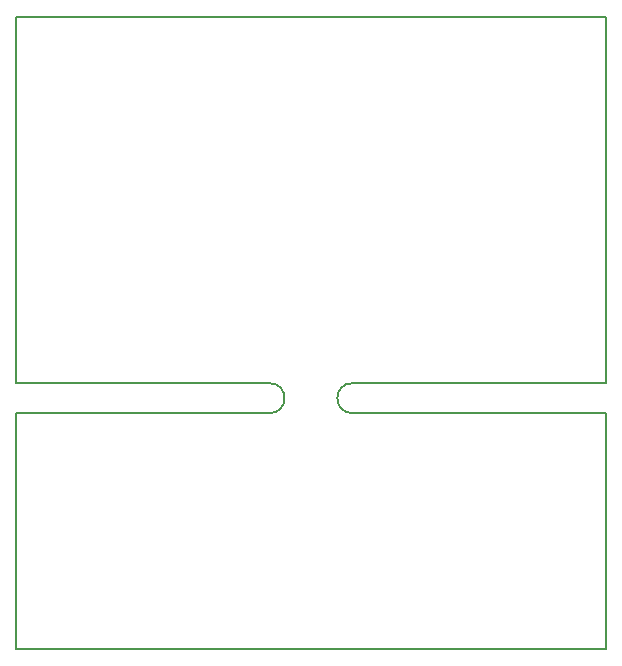
<source format=gm1>
%TF.GenerationSoftware,KiCad,Pcbnew,(2017-11-10 revision 0b34d09bc)-master*%
%TF.CreationDate,2017-11-10T16:36:00+02:00*%
%TF.ProjectId,dps5005control,64707335303035636F6E74726F6C2E6B,rev?*%
%TF.SameCoordinates,Original*%
%TF.FileFunction,Profile,NP*%
%FSLAX46Y46*%
G04 Gerber Fmt 4.6, Leading zero omitted, Abs format (unit mm)*
G04 Created by KiCad (PCBNEW (2017-11-10 revision 0b34d09bc)-master) date Fri Nov 10 16:36:00 2017*
%MOMM*%
%LPD*%
G01*
G04 APERTURE LIST*
%ADD10C,0.150000*%
G04 APERTURE END LIST*
D10*
X180898800Y-97688400D02*
X202412600Y-97688400D01*
X202412600Y-117678200D02*
X152400000Y-117678200D01*
X173888400Y-95148400D02*
X152400000Y-95148400D01*
X173888400Y-97688400D02*
X152400000Y-97688400D01*
X173888400Y-95148400D02*
G75*
G02X173888400Y-97688400I0J-1270000D01*
G01*
X180900000Y-95150000D02*
X202400000Y-95150000D01*
X202412600Y-97688400D02*
X202412600Y-117678200D01*
X152400000Y-97688400D02*
X152400000Y-117678200D01*
X202400000Y-95150000D02*
X202400000Y-64150000D01*
X152400000Y-64150000D02*
X202400000Y-64150000D01*
X152400000Y-64150000D02*
X152400000Y-95150000D01*
X180898800Y-97688400D02*
G75*
G02X180898800Y-95148400I0J1270000D01*
G01*
M02*

</source>
